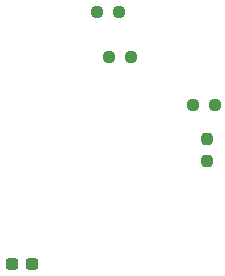
<source format=gbp>
%TF.GenerationSoftware,KiCad,Pcbnew,(6.0.5)*%
%TF.CreationDate,2023-06-01T20:28:18+03:00*%
%TF.ProjectId,led-controller,6c65642d-636f-46e7-9472-6f6c6c65722e,rev?*%
%TF.SameCoordinates,Original*%
%TF.FileFunction,Paste,Bot*%
%TF.FilePolarity,Positive*%
%FSLAX46Y46*%
G04 Gerber Fmt 4.6, Leading zero omitted, Abs format (unit mm)*
G04 Created by KiCad (PCBNEW (6.0.5)) date 2023-06-01 20:28:18*
%MOMM*%
%LPD*%
G01*
G04 APERTURE LIST*
G04 Aperture macros list*
%AMRoundRect*
0 Rectangle with rounded corners*
0 $1 Rounding radius*
0 $2 $3 $4 $5 $6 $7 $8 $9 X,Y pos of 4 corners*
0 Add a 4 corners polygon primitive as box body*
4,1,4,$2,$3,$4,$5,$6,$7,$8,$9,$2,$3,0*
0 Add four circle primitives for the rounded corners*
1,1,$1+$1,$2,$3*
1,1,$1+$1,$4,$5*
1,1,$1+$1,$6,$7*
1,1,$1+$1,$8,$9*
0 Add four rect primitives between the rounded corners*
20,1,$1+$1,$2,$3,$4,$5,0*
20,1,$1+$1,$4,$5,$6,$7,0*
20,1,$1+$1,$6,$7,$8,$9,0*
20,1,$1+$1,$8,$9,$2,$3,0*%
G04 Aperture macros list end*
%ADD10RoundRect,0.237500X-0.237500X0.250000X-0.237500X-0.250000X0.237500X-0.250000X0.237500X0.250000X0*%
%ADD11RoundRect,0.237500X-0.250000X-0.237500X0.250000X-0.237500X0.250000X0.237500X-0.250000X0.237500X0*%
%ADD12RoundRect,0.237500X0.250000X0.237500X-0.250000X0.237500X-0.250000X-0.237500X0.250000X-0.237500X0*%
%ADD13RoundRect,0.237500X-0.300000X-0.237500X0.300000X-0.237500X0.300000X0.237500X-0.300000X0.237500X0*%
G04 APERTURE END LIST*
D10*
X108966000Y-89003500D03*
X108966000Y-90828500D03*
D11*
X99617500Y-78232000D03*
X101442500Y-78232000D03*
X100633500Y-82042000D03*
X102458500Y-82042000D03*
D12*
X109570500Y-86106000D03*
X107745500Y-86106000D03*
D13*
X92402000Y-99568000D03*
X94127000Y-99568000D03*
M02*

</source>
